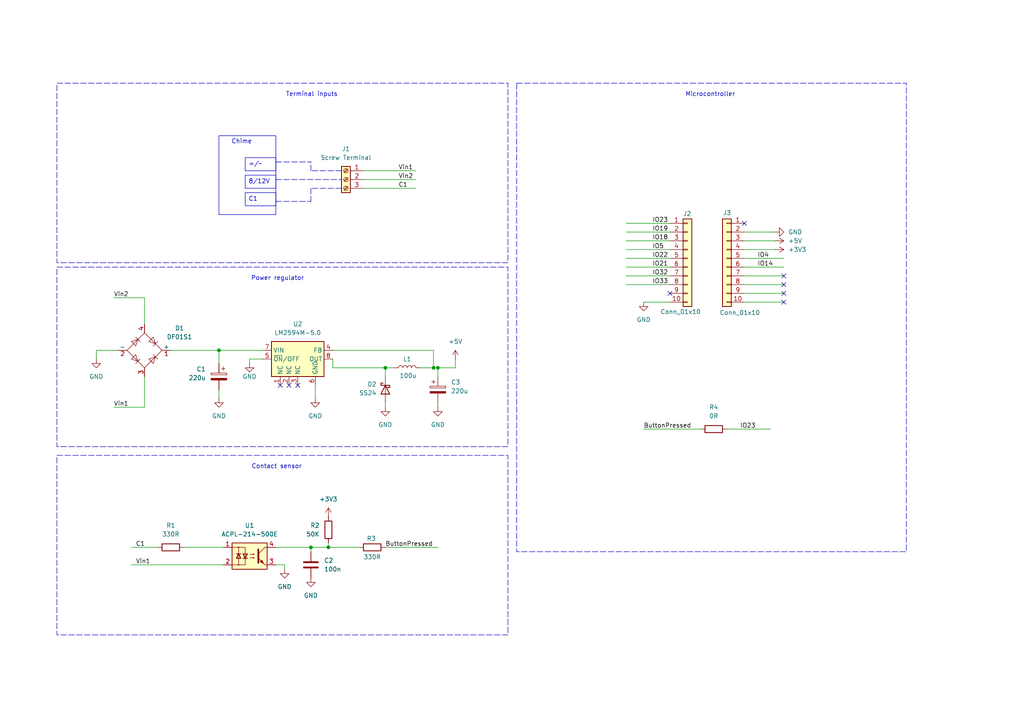
<source format=kicad_sch>
(kicad_sch (version 20231120) (generator "eeschema") (generator_version "8.0")
  (paper "A4")
  (lib_symbols
    (symbol "Connector:Screw_Terminal_01x03" (pin_names (offset 1.016) hide)
      (property "Reference" "J" (at 0 5.08 0))
      (property "Value" "Screw_Terminal_01x03" (at 0 -5.08 0))
      (symbol "Screw_Terminal_01x03_1_1"
        (rectangle (start -1.27 3.81) (end 1.27 -3.81) (stroke (width 0.254)) (fill (type background)))
        (circle (center 0 -2.54) (radius 0.635) (stroke (width 0.1524)))
        (polyline (pts (xy -0.5334 -2.2098) (xy 0.3302 -3.048)) (stroke (width 0.1524)))
        (polyline (pts (xy -0.5334 0.3302) (xy 0.3302 -0.508)) (stroke (width 0.1524)))
        (polyline (pts (xy -0.5334 2.8702) (xy 0.3302 2.032)) (stroke (width 0.1524)))
        (polyline (pts (xy -0.3556 -2.032) (xy 0.508 -2.8702)) (stroke (width 0.1524)))
        (polyline (pts (xy -0.3556 0.508) (xy 0.508 -0.3302)) (stroke (width 0.1524)))
        (polyline (pts (xy -0.3556 3.048) (xy 0.508 2.2098)) (stroke (width 0.1524)))
        (circle (center 0 0) (radius 0.635) (stroke (width 0.1524)))
        (circle (center 0 2.54) (radius 0.635) (stroke (width 0.1524)))
        (pin passive line (at -5.08 2.54 0) (length 3.81) (name "Pin_1") (number "1"))
        (pin passive line (at -5.08 0 0) (length 3.81) (name "Pin_2") (number "2"))
        (pin passive line (at -5.08 -2.54 0) (length 3.81) (name "Pin_3") (number "3"))
      )
    )
    (symbol "Connector_Generic:Conn_01x10" (pin_names (offset 1.016) hide)
      (property "Reference" "J" (at 0 12.7 0))
      (property "Value" "Conn_01x10" (at 0 -15.24 0))
      (symbol "Conn_01x10_1_1"
        (rectangle (start -1.27 -12.573) (end 0 -12.827) (stroke (width 0.1524)))
        (rectangle (start -1.27 -10.033) (end 0 -10.287) (stroke (width 0.1524)))
        (rectangle (start -1.27 -7.493) (end 0 -7.747) (stroke (width 0.1524)))
        (rectangle (start -1.27 -4.953) (end 0 -5.207) (stroke (width 0.1524)))
        (rectangle (start -1.27 -2.413) (end 0 -2.667) (stroke (width 0.1524)))
        (rectangle (start -1.27 0.127) (end 0 -0.127) (stroke (width 0.1524)))
        (rectangle (start -1.27 2.667) (end 0 2.413) (stroke (width 0.1524)))
        (rectangle (start -1.27 5.207) (end 0 4.953) (stroke (width 0.1524)))
        (rectangle (start -1.27 7.747) (end 0 7.493) (stroke (width 0.1524)))
        (rectangle (start -1.27 10.287) (end 0 10.033) (stroke (width 0.1524)))
        (rectangle (start -1.27 11.43) (end 1.27 -13.97) (stroke (width 0.254)) (fill (type background)))
        (pin passive line (at -5.08 10.16 0) (length 3.81) (name "Pin_1") (number "1"))
        (pin passive line (at -5.08 -12.7 0) (length 3.81) (name "Pin_10") (number "10"))
        (pin passive line (at -5.08 7.62 0) (length 3.81) (name "Pin_2") (number "2"))
        (pin passive line (at -5.08 5.08 0) (length 3.81) (name "Pin_3") (number "3"))
        (pin passive line (at -5.08 2.54 0) (length 3.81) (name "Pin_4") (number "4"))
        (pin passive line (at -5.08 0 0) (length 3.81) (name "Pin_5") (number "5"))
        (pin passive line (at -5.08 -2.54 0) (length 3.81) (name "Pin_6") (number "6"))
        (pin passive line (at -5.08 -5.08 0) (length 3.81) (name "Pin_7") (number "7"))
        (pin passive line (at -5.08 -7.62 0) (length 3.81) (name "Pin_8") (number "8"))
        (pin passive line (at -5.08 -10.16 0) (length 3.81) (name "Pin_9") (number "9"))
      )
    )
    (symbol "Device:C" (pin_numbers hide) (pin_names (offset 0.254))
      (property "Reference" "C" (at 0.635 2.54 0))
      (property "Value" "C" (at 0.635 -2.54 0))
      (symbol "C_0_1"
        (polyline (pts (xy -2.032 -0.762) (xy 2.032 -0.762)) (stroke (width 0.508)))
        (polyline (pts (xy -2.032 0.762) (xy 2.032 0.762)) (stroke (width 0.508)))
      )
      (symbol "C_1_1"
        (pin passive line (at 0 3.81 270) (length 2.794) (name "~") (number "1"))
        (pin passive line (at 0 -3.81 90) (length 2.794) (name "~") (number "2"))
      )
    )
    (symbol "Device:C_Polarized" (pin_numbers hide) (pin_names (offset 0.254))
      (property "Reference" "C" (at 0.635 2.54 0))
      (property "Value" "C_Polarized" (at 0.635 -2.54 0))
      (symbol "C_Polarized_0_1"
        (rectangle (start -2.286 0.508) (end 2.286 1.016))
        (polyline (pts (xy -1.778 2.286) (xy -0.762 2.286)))
        (polyline (pts (xy -1.27 2.794) (xy -1.27 1.778)))
        (rectangle (start 2.286 -0.508) (end -2.286 -1.016) (fill (type outline)))
      )
      (symbol "C_Polarized_1_1"
        (pin passive line (at 0 3.81 270) (length 2.794) (name "~") (number "1"))
        (pin passive line (at 0 -3.81 90) (length 2.794) (name "~") (number "2"))
      )
    )
    (symbol "Device:L" (pin_numbers hide) (pin_names (offset 1.016) hide)
      (property "Reference" "L" (at -1.27 0 90))
      (property "Value" "L" (at 1.905 0 90))
      (symbol "L_0_1"
        (arc (start 0 -2.54) (mid 0.6323 -1.905) (end 0 -1.27))
        (arc (start 0 -1.27) (mid 0.6323 -0.635) (end 0 0))
        (arc (start 0 0) (mid 0.6323 0.635) (end 0 1.27))
        (arc (start 0 1.27) (mid 0.6323 1.905) (end 0 2.54))
      )
      (symbol "L_1_1"
        (pin passive line (at 0 3.81 270) (length 1.27) (name "1") (number "1"))
        (pin passive line (at 0 -3.81 90) (length 1.27) (name "2") (number "2"))
      )
    )
    (symbol "Device:R" (pin_numbers hide) (pin_names (offset 0))
      (property "Reference" "R" (at 2.032 0 90))
      (property "Value" "R" (at 0 0 90))
      (symbol "R_0_1"
        (rectangle (start -1.016 -2.54) (end 1.016 2.54) (stroke (width 0.254)))
      )
      (symbol "R_1_1"
        (pin passive line (at 0 3.81 270) (length 1.27) (name "~") (number "1"))
        (pin passive line (at 0 -3.81 90) (length 1.27) (name "~") (number "2"))
      )
    )
    (symbol "Diode:SS24" (pin_numbers hide) (pin_names (offset 1.016) hide)
      (property "Reference" "D" (at 0 2.54 0))
      (property "Value" "SS24" (at 0 -2.54 0))
      (symbol "SS24_0_1"
        (polyline (pts (xy 1.27 0) (xy -1.27 0)))
        (polyline (pts (xy 1.27 1.27) (xy 1.27 -1.27) (xy -1.27 0) (xy 1.27 1.27)) (stroke (width 0.254)))
        (polyline (pts (xy -1.905 0.635) (xy -1.905 1.27) (xy -1.27 1.27) (xy -1.27 -1.27) (xy -0.635 -1.27) (xy -0.635 -0.635)) (stroke (width 0.254)))
      )
      (symbol "SS24_1_1"
        (pin passive line (at -3.81 0 0) (length 2.54) (name "K") (number "1"))
        (pin passive line (at 3.81 0 180) (length 2.54) (name "A") (number "2"))
      )
    )
    (symbol "Diode_Bridge:DF01S1" (pin_names (offset 0))
      (property "Reference" "D" (at 2.54 6.985 0))
      (property "Value" "DF01S1" (at 2.54 5.08 0))
      (symbol "DF01S1_0_1"
        (polyline (pts (xy -2.54 3.81) (xy -1.27 2.54)))
        (polyline (pts (xy -1.27 -2.54) (xy -2.54 -3.81)))
        (polyline (pts (xy 2.54 -1.27) (xy 3.81 -2.54)))
        (polyline (pts (xy 2.54 1.27) (xy 3.81 2.54)))
        (polyline (pts (xy -3.81 2.54) (xy -2.54 1.27) (xy -1.905 3.175) (xy -3.81 2.54)))
        (polyline (pts (xy -2.54 -1.27) (xy -3.81 -2.54) (xy -1.905 -3.175) (xy -2.54 -1.27)))
        (polyline (pts (xy 1.27 2.54) (xy 2.54 3.81) (xy 3.175 1.905) (xy 1.27 2.54)))
        (polyline (pts (xy 3.175 -1.905) (xy 1.27 -2.54) (xy 2.54 -3.81) (xy 3.175 -1.905)))
        (polyline (pts (xy -5.08 0) (xy 0 -5.08) (xy 5.08 0) (xy 0 5.08) (xy -5.08 0)))
      )
      (symbol "DF01S1_1_1"
        (pin passive line (at 7.62 0 180) (length 2.54) (name "+") (number "1"))
        (pin passive line (at -7.62 0 0) (length 2.54) (name "-") (number "2"))
        (pin passive line (at 0 -7.62 90) (length 2.54) (name "~") (number "3"))
        (pin passive line (at 0 7.62 270) (length 2.54) (name "~") (number "4"))
      )
    )
    (symbol "Isolator:ACPL-214-500E" (pin_names (offset 1.016))
      (property "Reference" "U" (at -5.08 5.08 0))
      (property "Value" "ACPL-214-500E" (at 0 5.08 0))
      (symbol "ACPL-214-500E_0_1"
        (rectangle (start -5.08 3.81) (end 5.08 -3.81) (stroke (width 0.254)) (fill (type background)))
        (circle (center -3.175 -2.54) (radius 0.127))
        (circle (center -3.175 2.54) (radius 0.127))
        (polyline (pts (xy -3.81 0.635) (xy -2.54 0.635)) (stroke (width 0.254)))
        (polyline (pts (xy -3.175 -0.635) (xy -3.175 -2.54)))
        (polyline (pts (xy -3.175 -0.635) (xy -3.175 2.54)))
        (polyline (pts (xy -1.905 -0.635) (xy -0.635 -0.635)) (stroke (width 0.254)))
        (polyline (pts (xy 2.54 0.635) (xy 4.445 2.54)))
        (polyline (pts (xy 4.445 -2.54) (xy 2.54 -0.635)) (fill (type outline)))
        (polyline (pts (xy 4.445 -2.54) (xy 5.08 -2.54)))
        (polyline (pts (xy 4.445 2.54) (xy 5.08 2.54)))
        (polyline (pts (xy -5.08 2.54) (xy -1.27 2.54) (xy -1.27 -0.635)))
        (polyline (pts (xy -1.27 -0.635) (xy -1.27 -2.54) (xy -5.08 -2.54)))
        (polyline (pts (xy 2.54 1.905) (xy 2.54 -1.905) (xy 2.54 -1.905)) (stroke (width 0.508)))
        (polyline (pts (xy -3.175 0.635) (xy -3.81 -0.635) (xy -2.54 -0.635) (xy -3.175 0.635)) (stroke (width 0.254)))
        (polyline (pts (xy -1.27 -0.635) (xy -1.905 0.635) (xy -0.635 0.635) (xy -1.27 -0.635)) (stroke (width 0.254)))
        (polyline (pts (xy 0.127 -0.508) (xy 1.397 -0.508) (xy 1.016 -0.635) (xy 1.016 -0.381) (xy 1.397 -0.508)))
        (polyline (pts (xy 0.127 0.508) (xy 1.397 0.508) (xy 1.016 0.381) (xy 1.016 0.635) (xy 1.397 0.508)))
        (polyline (pts (xy 3.048 -1.651) (xy 3.556 -1.143) (xy 4.064 -2.159) (xy 3.048 -1.651) (xy 3.048 -1.651)) (fill (type outline)))
      )
      (symbol "ACPL-214-500E_1_1"
        (pin passive line (at -7.62 2.54 0) (length 2.54) (name "~") (number "1"))
        (pin passive line (at -7.62 -2.54 0) (length 2.54) (name "~") (number "2"))
        (pin passive line (at 7.62 -2.54 180) (length 2.54) (name "~") (number "3"))
        (pin passive line (at 7.62 2.54 180) (length 2.54) (name "~") (number "4"))
      )
    )
    (symbol "Regulator_Switching:LM2594M-5.0"
      (property "Reference" "U" (at -7.62 6.35 0))
      (property "Value" "LM2594M-5.0" (at 0 6.35 0))
      (symbol "LM2594M-5.0_0_1"
        (rectangle (start -7.62 5.08) (end 7.62 -5.08) (stroke (width 0.254)) (fill (type background)))
      )
      (symbol "LM2594M-5.0_1_1"
        (pin passive line (at -5.08 -7.62 90) (length 2.54) (name "NC") (number "1"))
        (pin passive line (at -2.54 -7.62 90) (length 2.54) (name "NC") (number "2"))
        (pin passive line (at 0 -7.62 90) (length 2.54) (name "NC") (number "3"))
        (pin input line (at 10.16 2.54 180) (length 2.54) (name "FB") (number "4"))
        (pin input line (at -10.16 0 0) (length 2.54) (name "~{ON}/OFF") (number "5"))
        (pin power_in line (at 5.08 -7.62 90) (length 2.54) (name "GND") (number "6"))
        (pin power_in line (at -10.16 2.54 0) (length 2.54) (name "VIN") (number "7"))
        (pin output line (at 10.16 0 180) (length 2.54) (name "OUT") (number "8"))
      )
    )
    (symbol "power:+5V" (power) (pin_numbers hide) (pin_names (offset 0) hide)
      (property "Value" "+5V" (at 0 3.556 0))
      (symbol "+5V_0_1"
        (polyline (pts (xy -0.762 1.27) (xy 0 2.54)))
        (polyline (pts (xy 0 0) (xy 0 2.54)))
        (polyline (pts (xy 0 2.54) (xy 0.762 1.27)))
      )
      (symbol "+5V_1_1"
        (pin power_in line (at 0 0 90) (length 0) (name "~") (number "1"))
      )
    )
    (symbol "power:GND" (power) (pin_numbers hide) (pin_names (offset 0) hide)
      (property "Value" "GND" (at 0 -3.81 0))
      (symbol "GND_0_1"
        (polyline (pts (xy 0 0) (xy 0 -1.27) (xy 1.27 -1.27) (xy 0 -2.54) (xy -1.27 -1.27) (xy 0 -1.27)))
      )
      (symbol "GND_1_1"
        (pin power_in line (at 0 0 270) (length 0) (name "~") (number "1"))
      )
    )
  )
  (junction (at 63.5 101.6))
  (junction (at 90.17 158.75))
  (junction (at 111.76 106.68))
  (junction (at 95.25 158.75))
  (junction (at 125.73 106.68))
  (junction (at 127 106.68))
  (no_connect (at 227.33 82.55))
  (no_connect (at 81.28 111.76))
  (no_connect (at 215.9 64.77))
  (no_connect (at 227.33 80.01))
  (no_connect (at 227.33 87.63))
  (no_connect (at 86.36 111.76))
  (no_connect (at 83.82 111.76))
  (no_connect (at 227.33 85.09))
  (no_connect (at 194.31 85.09))
  (polyline (pts (xy 99.06 54.61) (xy 90.17 54.61)) (stroke (width 0) (type dash)))
  (wire (pts (xy 80.01 163.83) (xy 82.55 163.83)))
  (wire (pts (xy 49.53 101.6) (xy 63.5 101.6)))
  (wire (pts (xy 63.5 101.6) (xy 76.2 101.6)))
  (wire (pts (xy 181.61 72.39) (xy 194.31 72.39)))
  (wire (pts (xy 91.44 111.76) (xy 91.44 115.57)))
  (wire (pts (xy 210.82 124.46) (xy 223.52 124.46)))
  (polyline (pts (xy 80.01 52.07) (xy 99.06 52.07)) (stroke (width 0) (type dash)))
  (wire (pts (xy 181.61 82.55) (xy 194.31 82.55)))
  (wire (pts (xy 215.9 74.93) (xy 227.33 74.93)))
  (wire (pts (xy 96.52 106.68) (xy 111.76 106.68)))
  (polyline (pts (xy 80.01 46.99) (xy 90.17 46.99)) (stroke (width 0) (type dash)))
  (wire (pts (xy 41.91 86.36) (xy 41.91 93.98)))
  (wire (pts (xy 63.5 113.03) (xy 63.5 115.57)))
  (wire (pts (xy 111.76 106.68) (xy 114.3 106.68)))
  (wire (pts (xy 125.73 106.68) (xy 125.73 101.6)))
  (wire (pts (xy 186.69 124.46) (xy 203.2 124.46)))
  (wire (pts (xy 181.61 74.93) (xy 194.31 74.93)))
  (wire (pts (xy 95.25 158.75) (xy 104.14 158.75)))
  (wire (pts (xy 215.9 67.31) (xy 224.79 67.31)))
  (polyline (pts (xy 99.06 49.53) (xy 90.17 49.53)) (stroke (width 0) (type dash)))
  (wire (pts (xy 90.17 158.75) (xy 90.17 160.02)))
  (polyline (pts (xy 90.17 49.53) (xy 90.17 46.99)) (stroke (width 0) (type dash)))
  (wire (pts (xy 63.5 105.41) (xy 63.5 101.6)))
  (polyline (pts (xy 90.17 54.61) (xy 90.17 58.42)) (stroke (width 0) (type dash)))
  (wire (pts (xy 215.9 77.47) (xy 227.33 77.47)))
  (wire (pts (xy 181.61 77.47) (xy 194.31 77.47)))
  (wire (pts (xy 215.9 80.01) (xy 227.33 80.01)))
  (wire (pts (xy 41.91 109.22) (xy 41.91 118.11)))
  (wire (pts (xy 215.9 85.09) (xy 227.33 85.09)))
  (wire (pts (xy 215.9 82.55) (xy 227.33 82.55)))
  (wire (pts (xy 27.94 101.6) (xy 34.29 101.6)))
  (wire (pts (xy 127 116.84) (xy 127 118.11)))
  (wire (pts (xy 27.94 101.6) (xy 27.94 104.14)))
  (wire (pts (xy 127 106.68) (xy 132.08 106.68)))
  (wire (pts (xy 105.41 52.07) (xy 120.65 52.07)))
  (wire (pts (xy 111.76 116.84) (xy 111.76 118.11)))
  (wire (pts (xy 215.9 72.39) (xy 224.79 72.39)))
  (wire (pts (xy 215.9 87.63) (xy 227.33 87.63)))
  (wire (pts (xy 96.52 101.6) (xy 125.73 101.6)))
  (wire (pts (xy 90.17 158.75) (xy 95.25 158.75)))
  (wire (pts (xy 33.02 118.11) (xy 41.91 118.11)))
  (wire (pts (xy 111.76 158.75) (xy 127 158.75)))
  (wire (pts (xy 82.55 163.83) (xy 82.55 165.1)))
  (wire (pts (xy 33.02 86.36) (xy 41.91 86.36)))
  (wire (pts (xy 181.61 64.77) (xy 194.31 64.77)))
  (wire (pts (xy 215.9 69.85) (xy 224.79 69.85)))
  (wire (pts (xy 125.73 106.68) (xy 127 106.68)))
  (wire (pts (xy 95.25 157.48) (xy 95.25 158.75)))
  (wire (pts (xy 181.61 69.85) (xy 194.31 69.85)))
  (wire (pts (xy 181.61 80.01) (xy 194.31 80.01)))
  (wire (pts (xy 127 109.22) (xy 127 106.68)))
  (wire (pts (xy 105.41 54.61) (xy 120.65 54.61)))
  (wire (pts (xy 111.76 106.68) (xy 111.76 109.22)))
  (wire (pts (xy 121.92 106.68) (xy 125.73 106.68)))
  (wire (pts (xy 38.1 163.83) (xy 64.77 163.83)))
  (wire (pts (xy 132.08 104.14) (xy 132.08 106.68)))
  (wire (pts (xy 38.1 158.75) (xy 45.72 158.75)))
  (wire (pts (xy 53.34 158.75) (xy 64.77 158.75)))
  (wire (pts (xy 96.52 104.14) (xy 96.52 106.68)))
  (wire (pts (xy 76.2 104.14) (xy 72.39 104.14)))
  (wire (pts (xy 186.69 87.63) (xy 194.31 87.63)))
  (polyline (pts (xy 80.01 58.42) (xy 90.17 58.42)) (stroke (width 0) (type dash)))
  (wire (pts (xy 105.41 49.53) (xy 120.65 49.53)))
  (wire (pts (xy 181.61 67.31) (xy 194.31 67.31)))
  (wire (pts (xy 72.39 104.14) (xy 72.39 105.41)))
  (wire (pts (xy 80.01 158.75) (xy 90.17 158.75)))
  (rectangle (start 16.51 132.08) (end 147.32 184.15) (stroke (width 0) (type dash)))
  (rectangle (start 16.51 77.47) (end 147.32 129.54) (stroke (width 0) (type dash)))
  (rectangle (start 16.51 24.13) (end 147.32 76.2) (stroke (width 0) (type dash)))
  (rectangle (start 149.86 24.13) (end 262.89 160.02) (stroke (width 0) (type dash)))
  (rectangle (start 63.5 39.37) (end 80.01 62.23))
  (text_box "C1" (at 71.12 55.88 0) (size 8.89 3.81) (effects (font (size 1.27 1.27)) (justify left top)))
  (text_box "8/12V" (at 71.12 50.8 0) (size 8.89 3.81) (effects (font (size 1.27 1.27)) (justify left top)))
  (text_box "=/~" (at 71.12 45.72 0) (size 8.89 3.81) (effects (font (size 1.27 1.27)) (justify left top)))
  (text "Contact sensor" (at 80.264 135.382 0) (effects (font (size 1.27 1.27))))
  (text "Terminal inputs" (at 90.424 27.432 0) (effects (font (size 1.27 1.27))))
  (text "Microcontroller" (at 205.994 27.432 0) (effects (font (size 1.27 1.27))))
  (text "Power regulator" (at 80.518 80.772 0) (effects (font (size 1.27 1.27))))
  (text "Chime" (at 70.104 41.148 0) (effects (font (size 1.27 1.27))))
  (label "Vin1" (at 33.02 118.11 0))
  (label "IO33" (at 189.23 82.55 0))
  (label "IO19" (at 189.23 67.31 0))
  (label "IO14" (at 219.71 77.47 0))
  (label "IO32" (at 189.23 80.01 0))
  (label "IO23" (at 214.63 124.46 0))
  (label "IO18" (at 189.23 69.85 0))
  (label "ButtonPressed" (at 111.76 158.75 0))
  (label "IO23" (at 189.23 64.77 0))
  (label "Vin1" (at 39.37 163.83 0))
  (label "C1" (at 39.37 158.75 0))
  (label "ButtonPressed" (at 186.69 124.46 0))
  (label "C1" (at 115.57 54.61 0))
  (label "IO22" (at 189.23 74.93 0))
  (label "Vin2" (at 115.57 52.07 0))
  (label "IO5" (at 189.23 72.39 0))
  (label "IO4" (at 219.71 74.93 0))
  (label "IO21" (at 189.23 77.47 0))
  (label "Vin2" (at 33.02 86.36 0))
  (label "Vin1" (at 115.57 49.53 0))
  (symbol (lib_id "power:GND") (at 91.44 115.57 0) (unit 1)
    (property "Reference" "#PWR06" (effects (hide yes)))
    (property "Value" "GND" (at 91.44 120.65 0))
    (property "Description" "Power symbol creates a global label with name \"GND\" , ground" (effects (hide yes)))
  )
  (symbol (lib_id "Device:R") (at 207.01 124.46 90) (unit 1)
    (property "Reference" "R4" (at 207.01 118.11 90))
    (property "Value" "0R" (at 207.01 120.65 90))
    (property "Footprint" "Resistor_SMD:R_0805_2012Metric_Pad1.20x1.40mm_HandSolder" (effects (hide yes)))
    (property "Description" "Resistor" (effects (hide yes)))
  )
  (symbol (lib_id "Diode:SS24") (at 111.76 113.03 90) (mirror x) (unit 1)
    (property "Reference" "D2" (at 109.22 111.4424 90) (effects (justify left)))
    (property "Value" "SS24" (at 109.22 113.9824 90) (effects (justify left)))
    (property "Footprint" "parts_lib:ss24_do214AC" (effects (hide yes)))
    (property "Datasheet" "https://www.vishay.com/docs/88748/ss22.pdf" (effects (hide yes)))
    (property "Description" "40V 2A Schottky Diode, SMA" (effects (hide yes)))
  )
  (symbol (lib_id "power:GND") (at 186.69 87.63 0) (unit 1)
    (property "Reference" "#PWR011" (effects (hide yes)))
    (property "Value" "GND" (at 186.69 92.71 0))
    (property "Description" "Power symbol creates a global label with name \"GND\" , ground" (effects (hide yes)))
  )
  (symbol (lib_id "Device:R") (at 95.25 153.67 0) (mirror x) (unit 1)
    (property "Reference" "R2" (at 92.71 152.3999 0) (effects (justify right)))
    (property "Value" "50K" (at 92.71 154.9399 0) (effects (justify right)))
    (property "Footprint" "Resistor_SMD:R_0805_2012Metric_Pad1.20x1.40mm_HandSolder" (effects (hide yes)))
    (property "Description" "Resistor" (effects (hide yes)))
  )
  (symbol (lib_id "power:GND") (at 90.17 167.64 0) (unit 1)
    (property "Reference" "#PWR05" (effects (hide yes)))
    (property "Value" "GND" (at 90.17 172.72 0))
    (property "Description" "Power symbol creates a global label with name \"GND\" , ground" (effects (hide yes)))
  )
  (symbol (lib_id "Isolator:ACPL-214-500E") (at 72.39 161.29 0) (unit 1)
    (property "Reference" "U1" (at 72.39 152.4 0))
    (property "Value" "ACPL-214-500E" (at 72.39 154.94 0))
    (property "Footprint" "Package_SO:SOP-4_4.4x2.6mm_P1.27mm" (effects (hide yes)))
    (property "Datasheet" "https://docs.broadcom.com/doc/AV02-0469EN" (effects (hide yes)))
    (property "Description" "AC/DC Phototransistor Optocoupler, Vce 80V, CTR 20-400%, SOP-4" (effects (hide yes)))
  )
  (symbol (lib_id "Device:L") (at 118.11 106.68 90) (unit 1)
    (property "Reference" "L1" (at 118.11 104.14 90))
    (property "Value" "100u" (at 118.364 108.966 90))
    (property "Footprint" "parts_lib:IND_829SNLT_PUL" (effects (hide yes)))
    (property "Description" "Inductor" (effects (hide yes)))
  )
  (symbol (lib_id "power:+5V") (at 224.79 72.39 270) (unit 1)
    (property "Reference" "#PWR014" (effects (hide yes)))
    (property "Value" "+3V3" (at 228.6 72.3899 90) (effects (justify left)))
    (property "Description" "Power symbol creates a global label with name \"+5V\"" (effects (hide yes)))
  )
  (symbol (lib_id "power:GND") (at 224.79 67.31 90) (unit 1)
    (property "Reference" "#PWR012" (effects (hide yes)))
    (property "Value" "GND" (at 228.6 67.3099 90) (effects (justify right)))
    (property "Description" "Power symbol creates a global label with name \"GND\" , ground" (effects (hide yes)))
  )
  (symbol (lib_id "power:GND") (at 111.76 118.11 0) (unit 1)
    (property "Reference" "#PWR08" (effects (hide yes)))
    (property "Value" "GND" (at 111.76 123.19 0))
    (property "Description" "Power symbol creates a global label with name \"GND\" , ground" (effects (hide yes)))
  )
  (symbol (lib_id "Connector:Screw_Terminal_01x03") (at 100.33 52.07 0) (mirror y) (unit 1)
    (property "Reference" "J1" (at 100.33 43.18 0))
    (property "Value" "Screw Terminal" (at 100.33 45.72 0))
    (property "Footprint" "parts_lib:screw_connector_1x3" (effects (hide yes)))
    (property "Description" "Generic screw terminal, single row, 01x03, script generated (kicad-library-utils/schlib/autogen/connector/)" (effects (hide yes)))
  )
  (symbol (lib_id "power:GND") (at 72.39 105.41 0) (unit 1)
    (property "Reference" "#PWR03" (effects (hide yes)))
    (property "Value" "GND" (at 74.422 109.22 0) (effects (justify right)))
    (property "Description" "Power symbol creates a global label with name \"GND\" , ground" (effects (hide yes)))
  )
  (symbol (lib_id "power:+5V") (at 224.79 69.85 270) (unit 1)
    (property "Reference" "#PWR013" (effects (hide yes)))
    (property "Value" "+5V" (at 228.6 69.8499 90) (effects (justify left)))
    (property "Description" "Power symbol creates a global label with name \"+5V\"" (effects (hide yes)))
  )
  (symbol (lib_id "Regulator_Switching:LM2594M-5.0") (at 86.36 104.14 0) (unit 1)
    (property "Reference" "U2" (at 86.36 93.98 0))
    (property "Value" "LM2594M-5.0" (at 86.36 96.52 0))
    (property "Footprint" "Package_SO:SOIC-8_3.9x4.9mm_P1.27mm" (effects (hide yes)))
    (property "Datasheet" "http://www.ti.com/lit/ds/symlink/lm2594.pdf" (effects (hide yes)))
    (property "Description" "5.0V, 0.5A SIMPLE SWITCHER® Step-Down Voltage Regulator, Maximum VIN 45V, SOIC-8" (effects (hide yes)))
  )
  (symbol (lib_id "power:+5V") (at 95.25 149.86 0) (unit 1)
    (property "Reference" "#PWR07" (effects (hide yes)))
    (property "Value" "+3V3" (at 95.25 144.78 0))
    (property "Description" "Power symbol creates a global label with name \"+5V\"" (effects (hide yes)))
  )
  (symbol (lib_id "Connector_Generic:Conn_01x10") (at 210.82 74.93 0) (mirror y) (unit 1)
    (property "Reference" "J3" (at 212.09 61.722 0) (effects (justify left)))
    (property "Value" "Conn_01x10" (at 220.472 90.678 0) (effects (justify left)))
    (property "Footprint" "parts_lib:10-pin header" (effects (hide yes)))
    (property "Description" "Generic connector, single row, 01x10, script generated (kicad-library-utils/schlib/autogen/connector/)" (effects (hide yes)))
  )
  (symbol (lib_id "power:GND") (at 27.94 104.14 0) (unit 1)
    (property "Reference" "#PWR01" (effects (hide yes)))
    (property "Value" "GND" (at 27.94 109.22 0))
    (property "Description" "Power symbol creates a global label with name \"GND\" , ground" (effects (hide yes)))
  )
  (symbol (lib_id "Device:R") (at 107.95 158.75 90) (unit 1)
    (property "Reference" "R3" (at 107.696 156.21 90))
    (property "Value" "330R" (at 107.95 161.544 90))
    (property "Footprint" "Resistor_SMD:R_0805_2012Metric_Pad1.20x1.40mm_HandSolder" (effects (hide yes)))
    (property "Description" "Resistor" (effects (hide yes)))
  )
  (symbol (lib_id "power:+5V") (at 132.08 104.14 0) (unit 1)
    (property "Reference" "#PWR010" (effects (hide yes)))
    (property "Value" "+5V" (at 132.08 99.06 0))
    (property "Description" "Power symbol creates a global label with name \"+5V\"" (effects (hide yes)))
  )
  (symbol (lib_id "power:GND") (at 127 118.11 0) (unit 1)
    (property "Reference" "#PWR09" (effects (hide yes)))
    (property "Value" "GND" (at 127 123.19 0))
    (property "Description" "Power symbol creates a global label with name \"GND\" , ground" (effects (hide yes)))
  )
  (symbol (lib_id "Device:C") (at 90.17 163.83 0) (unit 1)
    (property "Reference" "C2" (at 93.98 162.5599 0) (effects (justify left)))
    (property "Value" "100n" (at 93.98 165.0999 0) (effects (justify left)))
    (property "Footprint" "Capacitor_SMD:C_0805_2012Metric_Pad1.18x1.45mm_HandSolder" (effects (hide yes)))
    (property "Description" "Unpolarized capacitor" (effects (hide yes)))
  )
  (symbol (lib_id "Connector_Generic:Conn_01x10") (at 199.39 74.93 0) (unit 1)
    (property "Reference" "J2" (at 198.12 61.976 0) (effects (justify left)))
    (property "Value" "Conn_01x10" (at 191.516 90.424 0) (effects (justify left)))
    (property "Footprint" "parts_lib:10-pin header" (effects (hide yes)))
    (property "Description" "Generic connector, single row, 01x10, script generated (kicad-library-utils/schlib/autogen/connector/)" (effects (hide yes)))
  )
  (symbol (lib_id "Device:C_Polarized") (at 127 113.03 0) (unit 1)
    (property "Reference" "C3" (at 130.81 110.8709 0) (effects (justify left)))
    (property "Value" "220u" (at 130.81 113.4109 0) (effects (justify left)))
    (property "Footprint" "parts_lib:CAP_EEFK_F_PAN-M" (effects (hide yes)))
    (property "Description" "Polarized capacitor" (effects (hide yes)))
  )
  (symbol (lib_id "power:GND") (at 82.55 165.1 0) (unit 1)
    (property "Reference" "#PWR04" (effects (hide yes)))
    (property "Value" "GND" (at 82.55 170.18 0))
    (property "Description" "Power symbol creates a global label with name \"GND\" , ground" (effects (hide yes)))
  )
  (symbol (lib_id "power:GND") (at 63.5 115.57 0) (unit 1)
    (property "Reference" "#PWR02" (effects (hide yes)))
    (property "Value" "GND" (at 63.5 120.65 0))
    (property "Description" "Power symbol creates a global label with name \"GND\" , ground" (effects (hide yes)))
  )
  (symbol (lib_id "Device:C_Polarized") (at 63.5 109.22 0) (mirror y) (unit 1)
    (property "Reference" "C1" (at 59.69 107.0609 0) (effects (justify left)))
    (property "Value" "220u" (at 59.69 109.6009 0) (effects (justify left)))
    (property "Footprint" "parts_lib:CAP_EEFK_F_PAN-M" (effects (hide yes)))
    (property "Description" "Polarized capacitor" (effects (hide yes)))
  )
  (symbol (lib_id "Diode_Bridge:DF01S1") (at 41.91 101.6 0) (unit 1)
    (property "Reference" "D1" (at 52.07 95.1798 0))
    (property "Value" "DF01S1" (at 52.07 97.7198 0))
    (property "Footprint" "Diode_SMD:Diode_Bridge_OnSemi_SDIP-4L" (effects (hide yes)))
    (property "Datasheet" "https://www.onsemi.com/pdf/datasheet/df10s1-d.pdf" (effects (hide yes)))
    (property "Description" "Bridge Rectifier, 70V Vrms, 1.0A If, SMDIP-4" (effects (hide yes)))
  )
  (symbol (lib_id "Device:R") (at 49.53 158.75 90) (unit 1)
    (property "Reference" "R1" (at 49.53 152.4 90))
    (property "Value" "330R" (at 49.53 154.94 90))
    (property "Footprint" "Resistor_SMD:R_0805_2012Metric_Pad1.20x1.40mm_HandSolder" (effects (hide yes)))
    (property "Description" "Resistor" (effects (hide yes)))
  )
)
</source>
